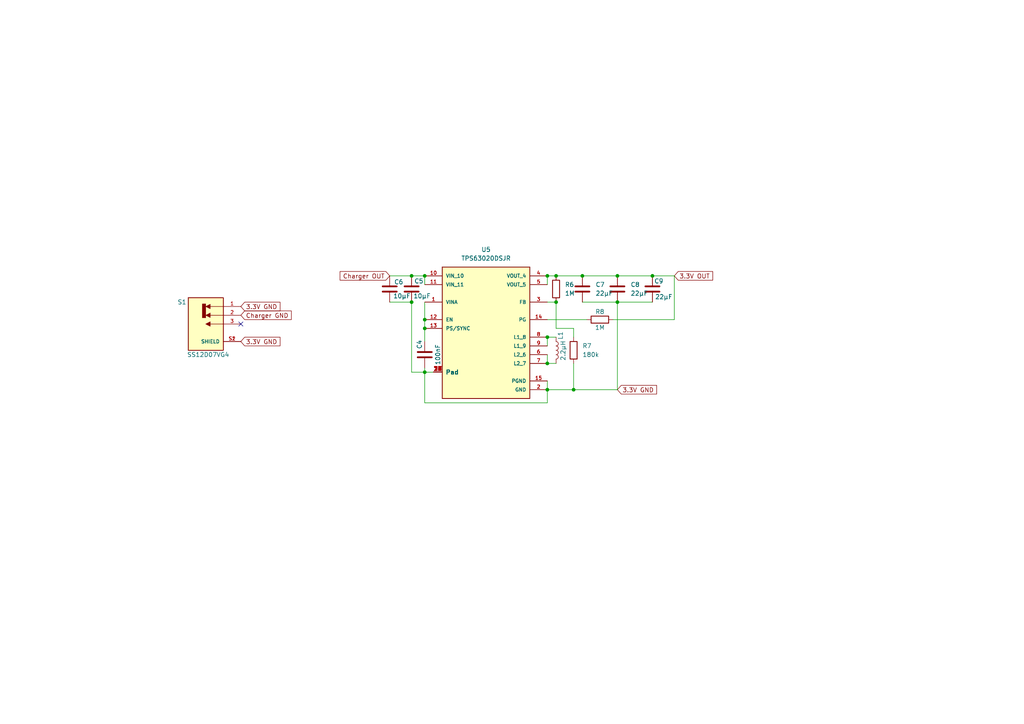
<source format=kicad_sch>
(kicad_sch (version 20250114) (generator "eeschema") (generator_version "9.0")
  (paper "A4")
  (title_block (title "Daniel Kluka Weather Station - DKWS") (date "2025-05-27") (rev "4") (company "Brno University of Technology") (comment 1 "Faculty of Eelectrical Engineering") (comment 2 "Department of Telecommunications") (comment 3 "Meteo Telcorain") (comment 4 "Bc. Daniel Kluka"))
  (lib_symbols
    (symbol "Device:C" (pin_numbers (hide yes)) (pin_names (offset 0.254))
      (property "Reference" "C" (at 0.635 2.54 0))
      (property "Value" "C" (at 0.635 -2.54 0))
      (symbol "C_0_1"
        (polyline (pts (xy -2.032 0.762) (xy 2.032 0.762)) (stroke (width 0.508)))
        (polyline (pts (xy -2.032 -0.762) (xy 2.032 -0.762)) (stroke (width 0.508)))
      )
      (symbol "C_1_1"
        (pin passive line (at 0 3.81 270) (length 2.794) (name "~") (number "1"))
        (pin passive line (at 0 -3.81 90) (length 2.794) (name "~") (number "2"))
      )
    )
    (symbol "Device:L" (pin_numbers (hide yes)) (pin_names (offset 1.016) (hide yes))
      (property "Reference" "L" (at -1.27 0 90))
      (property "Value" "L" (at 1.905 0 90))
      (symbol "L_0_1"
        (arc (start 0 2.54) (mid 0.6323 1.905) (end 0 1.27))
        (arc (start 0 1.27) (mid 0.6323 0.635) (end 0 0))
        (arc (start 0 0) (mid 0.6323 -0.635) (end 0 -1.27))
        (arc (start 0 -1.27) (mid 0.6323 -1.905) (end 0 -2.54))
      )
      (symbol "L_1_1"
        (pin passive line (at 0 3.81 270) (length 1.27) (name "1") (number "1"))
        (pin passive line (at 0 -3.81 90) (length 1.27) (name "2") (number "2"))
      )
    )
    (symbol "Device:R" (pin_numbers (hide yes)) (pin_names (offset 0))
      (property "Reference" "R" (at 2.032 0 90))
      (property "Value" "R" (at 0 0 90))
      (symbol "R_0_1"
        (rectangle (start -1.016 -2.54) (end 1.016 2.54) (stroke (width 0.254)))
      )
      (symbol "R_1_1"
        (pin passive line (at 0 3.81 270) (length 1.27) (name "~") (number "1"))
        (pin passive line (at 0 -3.81 90) (length 1.27) (name "~") (number "2"))
      )
    )
    (symbol "SS12D07VG4:SS12D07VG4" (pin_names (offset 1.016))
      (property "Reference" "S" (at -5.08 8.89 0))
      (property "Value" "SS12D07VG4" (at -5.08 -8.89 0))
      (symbol "SS12D07VG4_0_0"
        (polyline (pts (xy -5.08 5.08) (xy -1.27 5.08)) (stroke (width 0.1524)))
        (polyline (pts (xy -5.08 2.54) (xy -1.27 2.54)) (stroke (width 0.1524)))
        (polyline (pts (xy -5.08 0) (xy -1.27 0)) (stroke (width 0.1524)))
        (rectangle (start -5.08 -7.62) (end 5.08 7.62) (stroke (width 0.254)) (fill (type background)))
        (polyline (pts (xy -1.27 5.715) (xy -1.27 4.445) (xy 0 5.08) (xy -1.27 5.715)) (stroke (width 0.1524)) (fill (type outline)))
        (polyline (pts (xy -1.27 3.175) (xy -1.27 1.905) (xy 0 2.54) (xy -1.27 3.175)) (stroke (width 0.1524)) (fill (type outline)))
        (polyline (pts (xy -1.27 0.635) (xy -1.27 -0.635) (xy 0 0) (xy -1.27 0.635)) (stroke (width 0.1524)) (fill (type outline)))
        (polyline (pts (xy 0 5.842) (xy 0 1.778) (xy 1.016 1.778) (xy 1.016 5.842) (xy 0 5.842)) (stroke (width 0.0254)) (fill (type outline)))
        (pin passive line (at -10.16 5.08 0) (length 5.08) (name "~") (number "1"))
        (pin passive line (at -10.16 2.54 0) (length 5.08) (name "~") (number "2"))
        (pin passive line (at -10.16 0 0) (length 5.08) (name "~") (number "3"))
        (pin passive line (at -10.16 -5.08 0) (length 5.08) (name "SHIELD") (number "S1"))
        (pin passive line (at -10.16 -5.08 0) (length 5.08) (name "SHIELD") (number "S2"))
      )
    )
    (symbol "TPS63020DSJR:TPS63020DSJR" (pin_names (offset 1.016))
      (property "Reference" "U5" (at 0 22.86 0))
      (property "Value" "TPS63020DSJR" (at 0 20.32 0))
      (symbol "TPS63020DSJR_0_0"
        (rectangle (start -12.7 -20.32) (end 12.7 17.78) (stroke (width 0.254)) (fill (type background)))
        (pin input line (at -17.78 15.24 0) (length 5.08) (name "VIN_10") (number "10"))
        (pin input line (at -17.78 12.7 0) (length 5.08) (name "VIN_11") (number "11"))
        (pin input line (at -17.78 7.62 0) (length 5.08) (name "VINA") (number "1"))
        (pin input line (at -17.78 2.54 0) (length 5.08) (name "EN") (number "12"))
        (pin input line (at -17.78 0 0) (length 5.08) (name "PS/SYNC") (number "13"))
        (pin output line (at 17.78 15.24 180) (length 5.08) (name "VOUT_4") (number "4"))
        (pin output line (at 17.78 12.7 180) (length 5.08) (name "VOUT_5") (number "5"))
        (pin input line (at 17.78 7.62 180) (length 5.08) (name "FB") (number "3"))
        (pin output line (at 17.78 2.54 180) (length 5.08) (name "PG") (number "14"))
        (pin passive line (at 17.78 -2.54 180) (length 5.08) (name "L1_8") (number "8"))
        (pin passive line (at 17.78 -5.08 180) (length 5.08) (name "L1_9") (number "9"))
        (pin passive line (at 17.78 -7.62 180) (length 5.08) (name "L2_6") (number "6"))
        (pin passive line (at 17.78 -10.16 180) (length 5.08) (name "L2_7") (number "7"))
        (pin power_in line (at 17.78 -15.24 180) (length 5.08) (name "PGND") (number "15"))
        (pin power_in line (at 17.78 -17.78 180) (length 5.08) (name "GND") (number "2"))
      )
      (symbol "TPS63020DSJR_1_1"
        (pin passive line (at -15.24 -12.7 0) (length 2.54) (name "Pad") (number "16"))
        (pin passive line (at -15.24 -12.7 0) (length 2.54) (name "Pad") (number "17"))
        (pin passive line (at -15.24 -12.7 0) (length 2.54) (name "Pad") (number "18"))
        (pin passive line (at -15.24 -12.7 0) (length 2.54) (name "Pad") (number "19"))
        (pin passive line (at -15.24 -12.7 0) (length 2.54) (name "Pad") (number "20"))
        (pin passive line (at -15.24 -12.7 0) (length 2.54) (name "Pad") (number "21"))
        (pin passive line (at -15.24 -12.7 0) (length 2.54) (name "Pad") (number "22"))
        (pin passive line (at -15.24 -12.7 0) (length 2.54) (name "Pad") (number "23"))
        (pin passive line (at -15.24 -12.7 0) (length 2.54) (name "Pad") (number "24"))
        (pin passive line (at -15.24 -12.7 0) (length 2.54) (name "Pad") (number "25"))
        (pin passive line (at -15.24 -12.7 0) (length 2.54) (name "Pad") (number "26"))
        (pin passive line (at -15.24 -12.7 0) (length 2.54) (name "Pad") (number "27"))
        (pin passive line (at -15.24 -12.7 0) (length 2.54) (name "Pad") (number "28"))
        (pin passive line (at -15.24 -12.7 0) (length 2.54) (name "Pad") (number "29"))
        (pin passive line (at -15.24 -12.7 0) (length 2.54) (name "Pad") (number "30"))
      )
    )
  )
  (junction (at 158.75 80.01))
  (junction (at 158.75 97.79))
  (junction (at 179.07 87.63))
  (junction (at 161.29 87.63))
  (junction (at 119.38 87.63))
  (junction (at 168.91 80.01))
  (junction (at 161.29 80.01))
  (junction (at 179.07 80.01))
  (junction (at 119.38 80.01))
  (junction (at 123.19 80.01))
  (junction (at 189.23 80.01))
  (junction (at 158.75 105.41))
  (junction (at 123.19 107.95))
  (junction (at 158.75 113.03))
  (junction (at 123.19 95.25))
  (junction (at 123.19 92.71))
  (junction (at 166.37 113.03))
  (no_connect (at 69.85 93.98))
  (wire (pts (xy 123.19 116.84) (xy 158.75 116.84)))
  (wire (pts (xy 158.75 97.79) (xy 158.75 100.33)))
  (wire (pts (xy 177.8 92.71) (xy 195.58 92.71)))
  (wire (pts (xy 158.75 80.01) (xy 158.75 82.55)))
  (wire (pts (xy 195.58 80.01) (xy 195.58 92.71)))
  (wire (pts (xy 113.03 87.63) (xy 119.38 87.63)))
  (wire (pts (xy 123.19 92.71) (xy 123.19 95.25)))
  (wire (pts (xy 119.38 107.95) (xy 123.19 107.95)))
  (wire (pts (xy 113.03 80.01) (xy 119.38 80.01)))
  (wire (pts (xy 158.75 105.41) (xy 161.29 105.41)))
  (wire (pts (xy 179.07 87.63) (xy 179.07 113.03)))
  (wire (pts (xy 119.38 87.63) (xy 119.38 107.95)))
  (wire (pts (xy 158.75 97.79) (xy 161.29 97.79)))
  (wire (pts (xy 189.23 80.01) (xy 195.58 80.01)))
  (wire (pts (xy 166.37 95.25) (xy 166.37 97.79)))
  (wire (pts (xy 158.75 110.49) (xy 158.75 113.03)))
  (wire (pts (xy 161.29 95.25) (xy 166.37 95.25)))
  (wire (pts (xy 166.37 105.41) (xy 166.37 113.03)))
  (wire (pts (xy 123.19 87.63) (xy 123.19 92.71)))
  (wire (pts (xy 158.75 92.71) (xy 170.18 92.71)))
  (wire (pts (xy 123.19 107.95) (xy 123.19 116.84)))
  (wire (pts (xy 125.73 107.95) (xy 123.19 107.95)))
  (wire (pts (xy 166.37 113.03) (xy 158.75 113.03)))
  (wire (pts (xy 168.91 87.63) (xy 179.07 87.63)))
  (wire (pts (xy 158.75 87.63) (xy 161.29 87.63)))
  (wire (pts (xy 119.38 80.01) (xy 123.19 80.01)))
  (wire (pts (xy 179.07 80.01) (xy 189.23 80.01)))
  (wire (pts (xy 161.29 80.01) (xy 168.91 80.01)))
  (wire (pts (xy 158.75 102.87) (xy 158.75 105.41)))
  (wire (pts (xy 123.19 95.25) (xy 123.19 99.06)))
  (wire (pts (xy 168.91 80.01) (xy 179.07 80.01)))
  (wire (pts (xy 179.07 113.03) (xy 166.37 113.03)))
  (wire (pts (xy 158.75 80.01) (xy 161.29 80.01)))
  (wire (pts (xy 158.75 113.03) (xy 158.75 116.84)))
  (wire (pts (xy 123.19 106.68) (xy 123.19 107.95)))
  (wire (pts (xy 179.07 87.63) (xy 189.23 87.63)))
  (wire (pts (xy 123.19 80.01) (xy 123.19 82.55)))
  (wire (pts (xy 161.29 87.63) (xy 161.29 95.25)))
  (global_label "3.3V OUT" (shape input) (at 195.58 80.01 0) (property "Intersheetrefs" "${INTERSHEET_REFS}" (effects (hide yes))))
  (global_label "3.3V GND" (shape input) (at 69.85 88.9 0) (property "Intersheetrefs" "${INTERSHEET_REFS}" (effects (hide yes))))
  (global_label "3.3V GND" (shape input) (at 179.07 113.03 0) (property "Intersheetrefs" "${INTERSHEET_REFS}" (effects (hide yes))))
  (global_label "Charger OUT" (shape input) (at 113.03 80.01 180) (property "Intersheetrefs" "${INTERSHEET_REFS}" (effects (hide yes))))
  (global_label "Charger GND" (shape input) (at 69.85 91.44 0) (property "Intersheetrefs" "${INTERSHEET_REFS}" (effects (hide yes))))
  (global_label "3.3V GND" (shape input) (at 69.85 99.06 0) (property "Intersheetrefs" "${INTERSHEET_REFS}" (effects (hide yes))))
  (symbol (lib_id "Device:R") (at 161.29 83.82 0) (unit 1)
    (property "Reference" "R6" (at 163.83 82.5499 0) (effects (justify left)))
    (property "Value" "1M" (at 163.83 85.0899 0) (effects (justify left)))
    (property "Footprint" "Resistor_SMD:R_0603_1608Metric" (effects (hide yes)))
    (property "Description" "Resistor" (effects (hide yes)))
    (property "LCSC" "C22935" (effects (hide yes)))
  )
  (symbol (lib_id "Device:C") (at 179.07 83.82 0) (unit 1)
    (property "Reference" "C8" (at 182.88 82.5499 0) (effects (justify left)))
    (property "Value" "22μF" (at 182.88 85.0899 0) (effects (justify left)))
    (property "Footprint" "Capacitor_SMD:C_1206_3216Metric" (effects (hide yes)))
    (property "Description" "Unpolarized capacitor" (effects (hide yes)))
    (property "LCSC" "C12891" (effects (hide yes)))
  )
  (symbol (lib_id "Device:C") (at 189.23 83.82 0) (unit 1)
    (property "Reference" "C9" (at 189.738 81.534 0) (effects (justify left)))
    (property "Value" "22μF" (at 189.992 86.106 0) (effects (justify left)))
    (property "Footprint" "Capacitor_SMD:C_1206_3216Metric" (effects (hide yes)))
    (property "Description" "Unpolarized capacitor" (effects (hide yes)))
    (property "LCSC" "C12891" (effects (hide yes)))
  )
  (symbol (lib_id "SS12D07VG4:SS12D07VG4") (at 59.69 93.98 0) (mirror y) (unit 1)
    (property "Reference" "S1" (at 54.102 87.63 0) (effects (justify left)))
    (property "Value" "SS12D07VG4" (at 66.548 102.87 0) (effects (justify left)))
    (property "Footprint" "SS12D07VG4:SW_SS12D07VG4" (effects (hide yes)))
    (property "MF" "Shouhan" (effects (hide yes)))
    (property "MAXIMUM_PACKAGE_HEIGHT" "8.7mm" (effects (hide yes)))
    (property "Package" "Package" (effects (hide yes)))
    (property "Price" "None" (effects (hide yes)))
    (property "Check_prices" "https://www.snapeda.com/parts/SS12D07VG4/Shouhan/view-part/?ref=eda" (effects (hide yes)))
    (property "STANDARD" "Manufacturer Recommendations" (effects (hide yes)))
    (property "PARTREV" "1" (effects (hide yes)))
    (property "SnapEDA_Link" "https://www.snapeda.com/parts/SS12D07VG4/Shouhan/view-part/?ref=snap" (effects (hide yes)))
    (property "MP" "SS12D07VG4" (effects (hide yes)))
    (property "Description_1" "Switch Slide ON ON SPDT Top Slide 0.3A 30VDC PC Pins Bracket Mount/Through Hole Automotive Bulk" (effects (hide yes)))
    (property "Availability" "Not in stock" (effects (hide yes)))
    (property "MANUFACTURER" "Shouhan" (effects (hide yes)))
    (property "LCSC" "C2939726" (effects (hide yes)))
  )
  (symbol (lib_id "Device:C") (at 119.38 83.82 0) (unit 1)
    (property "Reference" "C5" (at 120.142 81.534 0) (effects (justify left)))
    (property "Value" "10μF" (at 119.888 85.852 0) (effects (justify left)))
    (property "Footprint" "Capacitor_SMD:C_1206_3216Metric" (effects (hide yes)))
    (property "Description" "Unpolarized capacitor" (effects (hide yes)))
    (property "LCSC" "C13585" (effects (hide yes)))
  )
  (symbol (lib_id "Device:R") (at 166.37 101.6 0) (unit 1)
    (property "Reference" "R7" (at 168.91 100.3299 0) (effects (justify left)))
    (property "Value" "180k" (at 168.91 102.8699 0) (effects (justify left)))
    (property "Footprint" "Resistor_SMD:R_0603_1608Metric" (effects (hide yes)))
    (property "Description" "Resistor" (effects (hide yes)))
    (property "LCSC" "C22827" (effects (hide yes)))
  )
  (symbol (lib_id "Device:R") (at 173.99 92.71 90) (unit 1)
    (property "Reference" "R8" (at 173.99 90.424 90))
    (property "Value" "1M" (at 173.99 94.996 90))
    (property "Footprint" "Resistor_SMD:R_0603_1608Metric" (effects (hide yes)))
    (property "Description" "Resistor" (effects (hide yes)))
    (property "LCSC" "C22935" (effects (hide yes)))
  )
  (symbol (lib_id "TPS63020DSJR:TPS63020DSJR") (at 140.97 95.25 0) (unit 1)
    (property "Reference" "U5" (at 140.97 72.39 0))
    (property "Value" "TPS63020DSJR" (at 140.97 74.93 0))
    (property "Footprint" "TPS63020DSJR:IC_TPS63020DSJR" (effects (hide yes)))
    (property "MF" "Texas Instruments" (effects (hide yes)))
    (property "Mouser-Purchase-URL" "https://snapeda.com/shop?store=Mouser&id=296571" (effects (hide yes)))
    (property "Description_1" "High Efficiency Single Inductor Buck-Boost Converter with 4A Switch" (effects (hide yes)))
    (property "Package" "VSON-14 Texas Instruments" (effects (hide yes)))
    (property "Price" "None" (effects (hide yes)))
    (property "SnapEDA_Link" "https://www.snapeda.com/parts/TPS63020DSJR/Texas+Instruments/view-part/?ref=snap" (effects (hide yes)))
    (property "MP" "TPS63020DSJR" (effects (hide yes)))
    (property "Texas_Instruments-Purchase-URL" "https://snapeda.com/shop?store=Texas+Instruments&id=296571" (effects (hide yes)))
    (property "DigiKey-Purchase-URL" "https://snapeda.com/shop?store=DigiKey&id=296571" (effects (hide yes)))
    (property "Availability" "In Stock" (effects (hide yes)))
    (property "Check_prices" "https://www.snapeda.com/parts/TPS63020DSJR/Texas+Instruments/view-part/?ref=eda" (effects (hide yes)))
    (property "LCSC" "C15483" (effects (hide yes)))
  )
  (symbol (lib_id "Device:C") (at 123.19 102.87 180) (unit 1)
    (property "Reference" "C4" (at 121.666 98.552 90) (effects (justify left)))
    (property "Value" "100nF" (at 127 99.822 90) (effects (justify left)))
    (property "Footprint" "Capacitor_SMD:C_0603_1608Metric" (effects (hide yes)))
    (property "Description" "Unpolarized capacitor" (effects (hide yes)))
    (property "LCSC" "C14663" (effects (hide yes)))
  )
  (symbol (lib_id "Device:C") (at 113.03 83.82 0) (unit 1)
    (property "Reference" "C6" (at 114.3 81.788 0) (effects (justify left)))
    (property "Value" "10μF" (at 114.046 85.852 0) (effects (justify left)))
    (property "Footprint" "Capacitor_SMD:C_1206_3216Metric" (effects (hide yes)))
    (property "Description" "Unpolarized capacitor" (effects (hide yes)))
    (property "LCSC" "C13585" (effects (hide yes)))
  )
  (symbol (lib_id "Device:C") (at 168.91 83.82 0) (unit 1)
    (property "Reference" "C7" (at 172.72 82.5499 0) (effects (justify left)))
    (property "Value" "22μF" (at 172.72 85.0899 0) (effects (justify left)))
    (property "Footprint" "Capacitor_SMD:C_1206_3216Metric" (effects (hide yes)))
    (property "Description" "Unpolarized capacitor" (effects (hide yes)))
    (property "LCSC" "C12891" (effects (hide yes)))
  )
  (symbol (lib_id "Device:L") (at 161.29 101.6 0) (unit 1)
    (property "Reference" "L1" (at 162.56 98.552 90) (effects (justify left)))
    (property "Value" "2.2μH" (at 163.322 104.648 90) (effects (justify left)))
    (property "Footprint" "2r2:SLO0420H" (effects (hide yes)))
    (property "Description" "Inductor" (effects (hide yes)))
    (property "LCSC" "C207828" (effects (hide yes)))
  )
)
</source>
